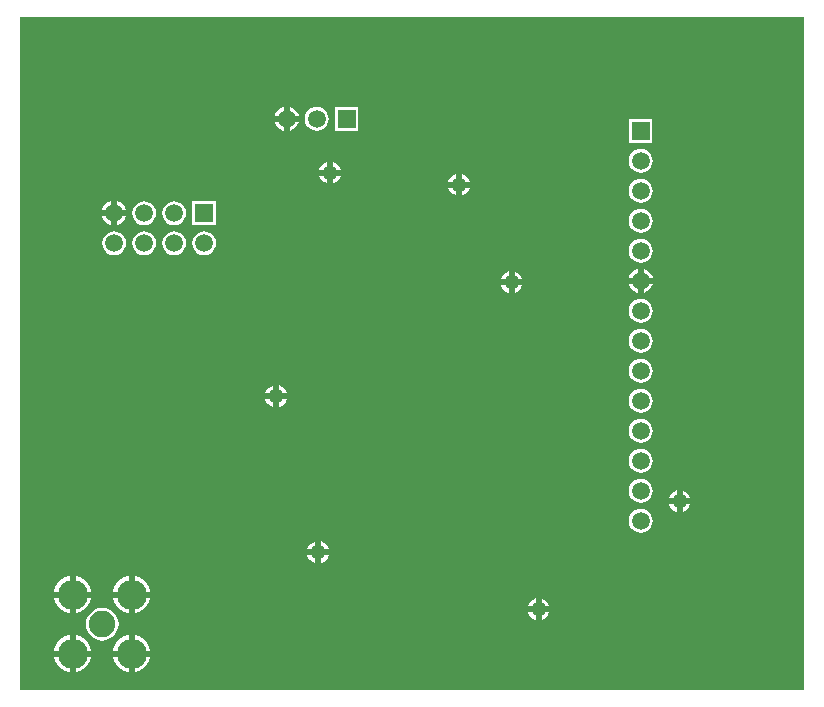
<source format=gbr>
%TF.GenerationSoftware,Altium Limited,Altium Designer,20.1.14 (287)*%
G04 Layer_Physical_Order=2*
G04 Layer_Color=16711680*
%FSLAX25Y25*%
%MOIN*%
%TF.SameCoordinates,50D419B3-0610-4842-9EF4-231284EAA126*%
%TF.FilePolarity,Positive*%
%TF.FileFunction,Copper,L2,Bot,Signal*%
%TF.Part,Single*%
G01*
G75*
%TA.AperFunction,ComponentPad*%
%ADD15C,0.08858*%
%ADD16C,0.10039*%
%ADD17R,0.05906X0.05906*%
%ADD18C,0.05906*%
%ADD19R,0.05906X0.05906*%
%TA.AperFunction,ViaPad*%
%ADD20C,0.05000*%
G36*
X261500Y0D02*
X0Y0D01*
X0Y224500D01*
X261500Y224500D01*
X261500Y0D01*
X261500Y0D02*
G37*
%LPC*%
G36*
X89984Y194540D02*
X89984Y191484D01*
X93040Y191484D01*
X93027Y191579D01*
X92611Y192585D01*
X91948Y193448D01*
X91085Y194111D01*
X90079Y194527D01*
X89984Y194540D01*
X89984Y194540D02*
G37*
G36*
X88016Y194540D02*
X87921Y194527D01*
X86915Y194111D01*
X86052Y193448D01*
X85389Y192585D01*
X84973Y191579D01*
X84960Y191484D01*
X88016Y191484D01*
X88016Y194540D01*
X88016Y194540D02*
G37*
G36*
X112953Y194453D02*
X105047Y194453D01*
X105047Y186547D01*
X112953Y186547D01*
X112953Y194453D01*
X112953Y194453D02*
G37*
G36*
X99000Y194487D02*
X97968Y194351D01*
X97007Y193953D01*
X96181Y193319D01*
X95547Y192493D01*
X95149Y191532D01*
X95013Y190500D01*
X95149Y189468D01*
X95547Y188507D01*
X96181Y187681D01*
X97007Y187047D01*
X97968Y186649D01*
X99000Y186513D01*
X100032Y186649D01*
X100993Y187047D01*
X101819Y187681D01*
X102453Y188507D01*
X102851Y189468D01*
X102987Y190500D01*
X102851Y191532D01*
X102453Y192493D01*
X101819Y193319D01*
X100993Y193953D01*
X100032Y194351D01*
X99000Y194487D01*
X99000Y194487D02*
G37*
G36*
X93040Y189516D02*
X89984Y189516D01*
X89984Y186460D01*
X90079Y186473D01*
X91085Y186889D01*
X91948Y187552D01*
X92611Y188415D01*
X93027Y189421D01*
X93040Y189516D01*
X93040Y189516D02*
G37*
G36*
X88016Y189516D02*
X84960Y189516D01*
X84973Y189421D01*
X85389Y188415D01*
X86052Y187552D01*
X86915Y186889D01*
X87921Y186473D01*
X88016Y186460D01*
X88016Y189516D01*
X88016Y189516D02*
G37*
G36*
X210953Y190453D02*
X203047Y190453D01*
X203047Y182547D01*
X210953Y182547D01*
X210953Y190453D01*
X210953Y190453D02*
G37*
G36*
X104484Y176077D02*
X104484Y173484D01*
X107077Y173484D01*
X106715Y174356D01*
X106125Y175125D01*
X105356Y175715D01*
X104484Y176077D01*
X104484Y176077D02*
G37*
G36*
X102516Y176077D02*
X101644Y175715D01*
X100875Y175125D01*
X100285Y174356D01*
X99923Y173484D01*
X102516Y173484D01*
X102516Y176077D01*
X102516Y176077D02*
G37*
G36*
X207000Y180487D02*
X205968Y180351D01*
X205007Y179953D01*
X204181Y179319D01*
X203547Y178493D01*
X203149Y177532D01*
X203013Y176500D01*
X203149Y175468D01*
X203547Y174507D01*
X204181Y173681D01*
X205007Y173047D01*
X205968Y172649D01*
X207000Y172513D01*
X208032Y172649D01*
X208993Y173047D01*
X209819Y173681D01*
X210453Y174507D01*
X210851Y175468D01*
X210987Y176500D01*
X210851Y177532D01*
X210453Y178493D01*
X209819Y179319D01*
X208993Y179953D01*
X208032Y180351D01*
X207000Y180487D01*
X207000Y180487D02*
G37*
G36*
X147484Y172077D02*
X147484Y169484D01*
X150077Y169484D01*
X149715Y170356D01*
X149125Y171125D01*
X148356Y171715D01*
X147484Y172077D01*
X147484Y172077D02*
G37*
G36*
X145516Y172077D02*
X144644Y171715D01*
X143875Y171125D01*
X143285Y170356D01*
X142923Y169484D01*
X145516Y169484D01*
X145516Y172077D01*
X145516Y172077D02*
G37*
G36*
X107077Y171516D02*
X104484Y171516D01*
X104484Y168923D01*
X105356Y169285D01*
X106125Y169875D01*
X106715Y170644D01*
X107077Y171516D01*
X107077Y171516D02*
G37*
G36*
X102516Y171516D02*
X99923Y171516D01*
X100285Y170644D01*
X100875Y169875D01*
X101644Y169285D01*
X102516Y168923D01*
X102516Y171516D01*
X102516Y171516D02*
G37*
G36*
X150077Y167516D02*
X147484Y167516D01*
X147484Y164923D01*
X148356Y165285D01*
X149125Y165875D01*
X149715Y166644D01*
X150077Y167516D01*
X150077Y167516D02*
G37*
G36*
X145516Y167516D02*
X142923Y167516D01*
X143285Y166644D01*
X143875Y165875D01*
X144644Y165285D01*
X145516Y164923D01*
X145516Y167516D01*
X145516Y167516D02*
G37*
G36*
X207000Y170487D02*
X205968Y170351D01*
X205007Y169953D01*
X204181Y169319D01*
X203547Y168493D01*
X203149Y167532D01*
X203013Y166500D01*
X203149Y165468D01*
X203547Y164507D01*
X204181Y163681D01*
X205007Y163047D01*
X205968Y162649D01*
X207000Y162513D01*
X208032Y162649D01*
X208993Y163047D01*
X209819Y163681D01*
X210453Y164507D01*
X210851Y165468D01*
X210987Y166500D01*
X210851Y167532D01*
X210453Y168493D01*
X209819Y169319D01*
X208993Y169953D01*
X208032Y170351D01*
X207000Y170487D01*
X207000Y170487D02*
G37*
G36*
X32484Y163040D02*
X32484Y159984D01*
X35540Y159984D01*
X35527Y160079D01*
X35111Y161085D01*
X34448Y161948D01*
X33585Y162611D01*
X32579Y163027D01*
X32484Y163040D01*
X32484Y163040D02*
G37*
G36*
X30516Y163040D02*
X30421Y163027D01*
X29415Y162611D01*
X28552Y161948D01*
X27889Y161085D01*
X27473Y160079D01*
X27460Y159984D01*
X30516Y159984D01*
X30516Y163040D01*
X30516Y163040D02*
G37*
G36*
X65453Y162953D02*
X57547Y162953D01*
X57547Y155047D01*
X65453Y155047D01*
X65453Y162953D01*
X65453Y162953D02*
G37*
G36*
X51500Y162987D02*
X50468Y162851D01*
X49507Y162453D01*
X48681Y161819D01*
X48047Y160993D01*
X47649Y160032D01*
X47513Y159000D01*
X47649Y157968D01*
X48047Y157007D01*
X48681Y156181D01*
X49507Y155547D01*
X50468Y155149D01*
X51500Y155013D01*
X52532Y155149D01*
X53493Y155547D01*
X54319Y156181D01*
X54953Y157007D01*
X55351Y157968D01*
X55487Y159000D01*
X55351Y160032D01*
X54953Y160993D01*
X54319Y161819D01*
X53493Y162453D01*
X52532Y162851D01*
X51500Y162987D01*
X51500Y162987D02*
G37*
G36*
X41500Y162987D02*
X40468Y162851D01*
X39507Y162453D01*
X38681Y161819D01*
X38047Y160993D01*
X37649Y160032D01*
X37513Y159000D01*
X37649Y157968D01*
X38047Y157007D01*
X38681Y156181D01*
X39507Y155547D01*
X40468Y155149D01*
X41500Y155013D01*
X42532Y155149D01*
X43493Y155547D01*
X44319Y156181D01*
X44953Y157007D01*
X45351Y157968D01*
X45487Y159000D01*
X45351Y160032D01*
X44953Y160993D01*
X44319Y161819D01*
X43493Y162453D01*
X42532Y162851D01*
X41500Y162987D01*
X41500Y162987D02*
G37*
G36*
X35540Y158016D02*
X32484Y158016D01*
X32484Y154960D01*
X32579Y154973D01*
X33585Y155389D01*
X34448Y156052D01*
X35111Y156915D01*
X35527Y157921D01*
X35540Y158016D01*
X35540Y158016D02*
G37*
G36*
X30516Y158016D02*
X27460Y158016D01*
X27473Y157921D01*
X27889Y156915D01*
X28552Y156052D01*
X29415Y155389D01*
X30421Y154973D01*
X30516Y154960D01*
X30516Y158016D01*
X30516Y158016D02*
G37*
G36*
X207000Y160487D02*
X205968Y160351D01*
X205007Y159953D01*
X204181Y159319D01*
X203547Y158493D01*
X203149Y157532D01*
X203013Y156500D01*
X203149Y155468D01*
X203547Y154507D01*
X204181Y153681D01*
X205007Y153047D01*
X205968Y152649D01*
X207000Y152513D01*
X208032Y152649D01*
X208993Y153047D01*
X209819Y153681D01*
X210453Y154507D01*
X210851Y155468D01*
X210987Y156500D01*
X210851Y157532D01*
X210453Y158493D01*
X209819Y159319D01*
X208993Y159953D01*
X208032Y160351D01*
X207000Y160487D01*
X207000Y160487D02*
G37*
G36*
X61500Y152987D02*
X60468Y152851D01*
X59507Y152453D01*
X58681Y151819D01*
X58047Y150993D01*
X57649Y150032D01*
X57513Y149000D01*
X57649Y147968D01*
X58047Y147007D01*
X58681Y146181D01*
X59507Y145547D01*
X60468Y145149D01*
X61500Y145013D01*
X62532Y145149D01*
X63493Y145547D01*
X64319Y146181D01*
X64953Y147007D01*
X65351Y147968D01*
X65487Y149000D01*
X65351Y150032D01*
X64953Y150993D01*
X64319Y151819D01*
X63493Y152453D01*
X62532Y152851D01*
X61500Y152987D01*
X61500Y152987D02*
G37*
G36*
X51500Y152987D02*
X50468Y152851D01*
X49507Y152453D01*
X48681Y151819D01*
X48047Y150993D01*
X47649Y150032D01*
X47513Y149000D01*
X47649Y147968D01*
X48047Y147007D01*
X48681Y146181D01*
X49507Y145547D01*
X50468Y145149D01*
X51500Y145013D01*
X52532Y145149D01*
X53493Y145547D01*
X54319Y146181D01*
X54953Y147007D01*
X55351Y147968D01*
X55487Y149000D01*
X55351Y150032D01*
X54953Y150993D01*
X54319Y151819D01*
X53493Y152453D01*
X52532Y152851D01*
X51500Y152987D01*
X51500Y152987D02*
G37*
G36*
X41500Y152987D02*
X40468Y152851D01*
X39507Y152453D01*
X38681Y151819D01*
X38047Y150993D01*
X37649Y150032D01*
X37513Y149000D01*
X37649Y147968D01*
X38047Y147007D01*
X38681Y146181D01*
X39507Y145547D01*
X40468Y145149D01*
X41500Y145013D01*
X42532Y145149D01*
X43493Y145547D01*
X44319Y146181D01*
X44953Y147007D01*
X45351Y147968D01*
X45487Y149000D01*
X45351Y150032D01*
X44953Y150993D01*
X44319Y151819D01*
X43493Y152453D01*
X42532Y152851D01*
X41500Y152987D01*
X41500Y152987D02*
G37*
G36*
X31500Y152987D02*
X30468Y152851D01*
X29507Y152453D01*
X28681Y151819D01*
X28047Y150993D01*
X27649Y150032D01*
X27513Y149000D01*
X27649Y147968D01*
X28047Y147007D01*
X28681Y146181D01*
X29507Y145547D01*
X30468Y145149D01*
X31500Y145013D01*
X32532Y145149D01*
X33493Y145547D01*
X34319Y146181D01*
X34953Y147007D01*
X35351Y147968D01*
X35487Y149000D01*
X35351Y150032D01*
X34953Y150993D01*
X34319Y151819D01*
X33493Y152453D01*
X32532Y152851D01*
X31500Y152987D01*
X31500Y152987D02*
G37*
G36*
X207000Y150487D02*
X205968Y150351D01*
X205007Y149953D01*
X204181Y149319D01*
X203547Y148493D01*
X203149Y147532D01*
X203013Y146500D01*
X203149Y145468D01*
X203547Y144507D01*
X204181Y143681D01*
X205007Y143047D01*
X205968Y142649D01*
X207000Y142513D01*
X208032Y142649D01*
X208993Y143047D01*
X209819Y143681D01*
X210453Y144507D01*
X210851Y145468D01*
X210987Y146500D01*
X210851Y147532D01*
X210453Y148493D01*
X209819Y149319D01*
X208993Y149953D01*
X208032Y150351D01*
X207000Y150487D01*
X207000Y150487D02*
G37*
G36*
X207984Y140540D02*
X207984Y137484D01*
X211040Y137484D01*
X211027Y137579D01*
X210611Y138585D01*
X209948Y139448D01*
X209085Y140111D01*
X208079Y140527D01*
X207984Y140540D01*
X207984Y140540D02*
G37*
G36*
X206016Y140540D02*
X205921Y140527D01*
X204915Y140111D01*
X204052Y139448D01*
X203389Y138585D01*
X202973Y137579D01*
X202960Y137484D01*
X206016Y137484D01*
X206016Y140540D01*
X206016Y140540D02*
G37*
G36*
X164984Y139577D02*
X164984Y136984D01*
X167577Y136984D01*
X167215Y137856D01*
X166625Y138625D01*
X165856Y139215D01*
X164984Y139577D01*
X164984Y139577D02*
G37*
G36*
X163016Y139577D02*
X162144Y139215D01*
X161375Y138625D01*
X160785Y137856D01*
X160423Y136984D01*
X163016Y136984D01*
X163016Y139577D01*
X163016Y139577D02*
G37*
G36*
X211040Y135516D02*
X207984Y135516D01*
X207984Y132460D01*
X208079Y132473D01*
X209085Y132889D01*
X209948Y133552D01*
X210611Y134415D01*
X211027Y135421D01*
X211040Y135516D01*
X211040Y135516D02*
G37*
G36*
X206016Y135516D02*
X202960Y135516D01*
X202973Y135421D01*
X203389Y134415D01*
X204052Y133552D01*
X204915Y132889D01*
X205921Y132473D01*
X206016Y132460D01*
X206016Y135516D01*
X206016Y135516D02*
G37*
G36*
X167577Y135016D02*
X164984Y135016D01*
X164984Y132423D01*
X165856Y132785D01*
X166625Y133375D01*
X167215Y134144D01*
X167577Y135016D01*
X167577Y135016D02*
G37*
G36*
X163016Y135016D02*
X160423Y135016D01*
X160785Y134144D01*
X161375Y133375D01*
X162144Y132785D01*
X163016Y132423D01*
X163016Y135016D01*
X163016Y135016D02*
G37*
G36*
X207000Y130487D02*
X205968Y130351D01*
X205007Y129953D01*
X204181Y129319D01*
X203547Y128493D01*
X203149Y127532D01*
X203013Y126500D01*
X203149Y125468D01*
X203547Y124507D01*
X204181Y123681D01*
X205007Y123047D01*
X205968Y122649D01*
X207000Y122513D01*
X208032Y122649D01*
X208993Y123047D01*
X209819Y123681D01*
X210453Y124507D01*
X210851Y125468D01*
X210987Y126500D01*
X210851Y127532D01*
X210453Y128493D01*
X209819Y129319D01*
X208993Y129953D01*
X208032Y130351D01*
X207000Y130487D01*
X207000Y130487D02*
G37*
G36*
X207000Y120487D02*
X205968Y120351D01*
X205007Y119953D01*
X204181Y119319D01*
X203547Y118493D01*
X203149Y117532D01*
X203013Y116500D01*
X203149Y115468D01*
X203547Y114507D01*
X204181Y113681D01*
X205007Y113047D01*
X205968Y112649D01*
X207000Y112513D01*
X208032Y112649D01*
X208993Y113047D01*
X209819Y113681D01*
X210453Y114507D01*
X210851Y115468D01*
X210987Y116500D01*
X210851Y117532D01*
X210453Y118493D01*
X209819Y119319D01*
X208993Y119953D01*
X208032Y120351D01*
X207000Y120487D01*
X207000Y120487D02*
G37*
G36*
X207000Y110487D02*
X205968Y110351D01*
X205007Y109953D01*
X204181Y109319D01*
X203547Y108493D01*
X203149Y107532D01*
X203013Y106500D01*
X203149Y105468D01*
X203547Y104507D01*
X204181Y103681D01*
X205007Y103047D01*
X205968Y102649D01*
X207000Y102513D01*
X208032Y102649D01*
X208993Y103047D01*
X209819Y103681D01*
X210453Y104507D01*
X210851Y105468D01*
X210987Y106500D01*
X210851Y107532D01*
X210453Y108493D01*
X209819Y109319D01*
X208993Y109953D01*
X208032Y110351D01*
X207000Y110487D01*
X207000Y110487D02*
G37*
G36*
X86484Y101577D02*
X86484Y98984D01*
X89077Y98984D01*
X88715Y99856D01*
X88125Y100625D01*
X87356Y101215D01*
X86484Y101577D01*
X86484Y101577D02*
G37*
G36*
X84516Y101577D02*
X83644Y101215D01*
X82875Y100625D01*
X82285Y99856D01*
X81923Y98984D01*
X84516Y98984D01*
X84516Y101577D01*
X84516Y101577D02*
G37*
G36*
X89077Y97016D02*
X86484Y97016D01*
X86484Y94423D01*
X87356Y94785D01*
X88125Y95375D01*
X88715Y96144D01*
X89077Y97016D01*
X89077Y97016D02*
G37*
G36*
X84516Y97016D02*
X81923Y97016D01*
X82285Y96144D01*
X82875Y95375D01*
X83644Y94785D01*
X84516Y94423D01*
X84516Y97016D01*
X84516Y97016D02*
G37*
G36*
X207000Y100487D02*
X205968Y100351D01*
X205007Y99953D01*
X204181Y99319D01*
X203547Y98493D01*
X203149Y97532D01*
X203013Y96500D01*
X203149Y95468D01*
X203547Y94507D01*
X204181Y93681D01*
X205007Y93047D01*
X205968Y92649D01*
X207000Y92513D01*
X208032Y92649D01*
X208993Y93047D01*
X209819Y93681D01*
X210453Y94507D01*
X210851Y95468D01*
X210987Y96500D01*
X210851Y97532D01*
X210453Y98493D01*
X209819Y99319D01*
X208993Y99953D01*
X208032Y100351D01*
X207000Y100487D01*
X207000Y100487D02*
G37*
G36*
X207000Y90487D02*
X205968Y90351D01*
X205007Y89953D01*
X204181Y89319D01*
X203547Y88493D01*
X203149Y87532D01*
X203013Y86500D01*
X203149Y85468D01*
X203547Y84507D01*
X204181Y83681D01*
X205007Y83047D01*
X205968Y82649D01*
X207000Y82513D01*
X208032Y82649D01*
X208993Y83047D01*
X209819Y83681D01*
X210453Y84507D01*
X210851Y85468D01*
X210987Y86500D01*
X210851Y87532D01*
X210453Y88493D01*
X209819Y89319D01*
X208993Y89953D01*
X208032Y90351D01*
X207000Y90487D01*
X207000Y90487D02*
G37*
G36*
X207000Y80487D02*
X205968Y80351D01*
X205007Y79953D01*
X204181Y79319D01*
X203547Y78493D01*
X203149Y77532D01*
X203013Y76500D01*
X203149Y75468D01*
X203547Y74507D01*
X204181Y73681D01*
X205007Y73047D01*
X205968Y72649D01*
X207000Y72513D01*
X208032Y72649D01*
X208993Y73047D01*
X209819Y73681D01*
X210453Y74507D01*
X210851Y75468D01*
X210987Y76500D01*
X210851Y77532D01*
X210453Y78493D01*
X209819Y79319D01*
X208993Y79953D01*
X208032Y80351D01*
X207000Y80487D01*
X207000Y80487D02*
G37*
G36*
X220984Y66577D02*
X220984Y63984D01*
X223577Y63984D01*
X223215Y64856D01*
X222625Y65625D01*
X221856Y66215D01*
X220984Y66577D01*
X220984Y66577D02*
G37*
G36*
X219016Y66577D02*
X218144Y66215D01*
X217375Y65625D01*
X216785Y64856D01*
X216423Y63984D01*
X219016Y63984D01*
X219016Y66577D01*
X219016Y66577D02*
G37*
G36*
X207000Y70487D02*
X205968Y70351D01*
X205007Y69953D01*
X204181Y69319D01*
X203547Y68493D01*
X203149Y67532D01*
X203013Y66500D01*
X203149Y65468D01*
X203547Y64507D01*
X204181Y63681D01*
X205007Y63047D01*
X205968Y62649D01*
X207000Y62513D01*
X208032Y62649D01*
X208993Y63047D01*
X209819Y63681D01*
X210453Y64507D01*
X210851Y65468D01*
X210987Y66500D01*
X210851Y67532D01*
X210453Y68493D01*
X209819Y69319D01*
X208993Y69953D01*
X208032Y70351D01*
X207000Y70487D01*
X207000Y70487D02*
G37*
G36*
X223577Y62016D02*
X220984Y62016D01*
X220984Y59423D01*
X221856Y59785D01*
X222625Y60375D01*
X223215Y61144D01*
X223577Y62016D01*
X223577Y62016D02*
G37*
G36*
X219016Y62016D02*
X216423Y62016D01*
X216785Y61144D01*
X217375Y60375D01*
X218144Y59785D01*
X219016Y59423D01*
X219016Y62016D01*
X219016Y62016D02*
G37*
G36*
X207000Y60487D02*
X205968Y60351D01*
X205007Y59953D01*
X204181Y59319D01*
X203547Y58493D01*
X203149Y57532D01*
X203013Y56500D01*
X203149Y55468D01*
X203547Y54507D01*
X204181Y53681D01*
X205007Y53047D01*
X205968Y52649D01*
X207000Y52513D01*
X208032Y52649D01*
X208993Y53047D01*
X209819Y53681D01*
X210453Y54507D01*
X210851Y55468D01*
X210987Y56500D01*
X210851Y57532D01*
X210453Y58493D01*
X209819Y59319D01*
X208993Y59953D01*
X208032Y60351D01*
X207000Y60487D01*
X207000Y60487D02*
G37*
G36*
X100484Y49577D02*
X100484Y46984D01*
X103077Y46984D01*
X102715Y47856D01*
X102125Y48625D01*
X101356Y49215D01*
X100484Y49577D01*
X100484Y49577D02*
G37*
G36*
X98516Y49577D02*
X97644Y49215D01*
X96875Y48625D01*
X96285Y47856D01*
X95923Y46984D01*
X98516Y46984D01*
X98516Y49577D01*
X98516Y49577D02*
G37*
G36*
X103077Y45016D02*
X100484Y45016D01*
X100484Y42423D01*
X101356Y42785D01*
X102125Y43375D01*
X102715Y44144D01*
X103077Y45016D01*
X103077Y45016D02*
G37*
G36*
X98516Y45016D02*
X95923Y45016D01*
X96285Y44144D01*
X96875Y43375D01*
X97644Y42785D01*
X98516Y42423D01*
X98516Y45016D01*
X98516Y45016D02*
G37*
G36*
X38327Y37976D02*
X38327Y32827D01*
X43476Y32827D01*
X43454Y33058D01*
X43099Y34227D01*
X42523Y35304D01*
X41748Y36248D01*
X40804Y37023D01*
X39727Y37599D01*
X38558Y37954D01*
X38327Y37976D01*
X38327Y37976D02*
G37*
G36*
X36358Y37976D02*
X36127Y37954D01*
X34958Y37599D01*
X33881Y37023D01*
X32937Y36248D01*
X32162Y35304D01*
X31586Y34227D01*
X31231Y33058D01*
X31209Y32827D01*
X36358Y32827D01*
X36358Y37976D01*
X36358Y37976D02*
G37*
G36*
X18642Y37976D02*
X18642Y32827D01*
X23791Y32827D01*
X23768Y33058D01*
X23414Y34227D01*
X22838Y35304D01*
X22063Y36248D01*
X21119Y37023D01*
X20042Y37599D01*
X18873Y37954D01*
X18642Y37976D01*
X18642Y37976D02*
G37*
G36*
X16673Y37976D02*
X16442Y37954D01*
X15273Y37599D01*
X14196Y37023D01*
X13252Y36248D01*
X12477Y35304D01*
X11901Y34227D01*
X11546Y33058D01*
X11524Y32827D01*
X16673Y32827D01*
X16673Y37976D01*
X16673Y37976D02*
G37*
G36*
X173984Y30577D02*
X173984Y27984D01*
X176577Y27984D01*
X176215Y28856D01*
X175625Y29625D01*
X174856Y30215D01*
X173984Y30577D01*
X173984Y30577D02*
G37*
G36*
X172016Y30577D02*
X171144Y30215D01*
X170375Y29625D01*
X169785Y28856D01*
X169423Y27984D01*
X172016Y27984D01*
X172016Y30577D01*
X172016Y30577D02*
G37*
G36*
X43476Y30858D02*
X38327Y30858D01*
X38327Y25709D01*
X38558Y25732D01*
X39727Y26086D01*
X40804Y26662D01*
X41748Y27437D01*
X42523Y28381D01*
X43099Y29458D01*
X43454Y30627D01*
X43476Y30858D01*
X43476Y30858D02*
G37*
G36*
X36358Y30858D02*
X31209Y30858D01*
X31231Y30627D01*
X31586Y29458D01*
X32162Y28381D01*
X32937Y27437D01*
X33881Y26662D01*
X34958Y26086D01*
X36127Y25732D01*
X36358Y25709D01*
X36358Y30858D01*
X36358Y30858D02*
G37*
G36*
X23791Y30858D02*
X18642Y30858D01*
X18642Y25709D01*
X18873Y25732D01*
X20042Y26086D01*
X21119Y26662D01*
X22063Y27437D01*
X22838Y28381D01*
X23414Y29458D01*
X23768Y30627D01*
X23791Y30858D01*
X23791Y30858D02*
G37*
G36*
X16673Y30858D02*
X11524Y30858D01*
X11546Y30627D01*
X11901Y29458D01*
X12477Y28381D01*
X13252Y27437D01*
X14196Y26662D01*
X15273Y26086D01*
X16442Y25732D01*
X16673Y25709D01*
X16673Y30858D01*
X16673Y30858D02*
G37*
G36*
X176577Y26016D02*
X173984Y26016D01*
X173984Y23423D01*
X174856Y23785D01*
X175625Y24375D01*
X176215Y25144D01*
X176577Y26016D01*
X176577Y26016D02*
G37*
G36*
X172016Y26016D02*
X169423Y26016D01*
X169785Y25144D01*
X170375Y24375D01*
X171144Y23785D01*
X172016Y23423D01*
X172016Y26016D01*
X172016Y26016D02*
G37*
G36*
X27500Y27476D02*
X26083Y27289D01*
X24762Y26742D01*
X23628Y25872D01*
X22758Y24738D01*
X22211Y23417D01*
X22024Y22000D01*
X22211Y20583D01*
X22758Y19262D01*
X23628Y18128D01*
X24762Y17258D01*
X26083Y16711D01*
X27500Y16524D01*
X28917Y16711D01*
X30238Y17258D01*
X31372Y18128D01*
X32242Y19262D01*
X32789Y20583D01*
X32976Y22000D01*
X32789Y23417D01*
X32242Y24738D01*
X31372Y25872D01*
X30238Y26742D01*
X28917Y27289D01*
X27500Y27476D01*
X27500Y27476D02*
G37*
G36*
X38327Y18291D02*
X38327Y13142D01*
X43476Y13142D01*
X43454Y13373D01*
X43099Y14542D01*
X42523Y15619D01*
X41748Y16563D01*
X40804Y17338D01*
X39727Y17914D01*
X38558Y18269D01*
X38327Y18291D01*
X38327Y18291D02*
G37*
G36*
X36358Y18291D02*
X36127Y18269D01*
X34958Y17914D01*
X33881Y17338D01*
X32937Y16563D01*
X32162Y15619D01*
X31586Y14542D01*
X31231Y13373D01*
X31209Y13142D01*
X36358Y13142D01*
X36358Y18291D01*
X36358Y18291D02*
G37*
G36*
X18642Y18291D02*
X18642Y13142D01*
X23791Y13142D01*
X23768Y13373D01*
X23414Y14542D01*
X22838Y15619D01*
X22063Y16563D01*
X21119Y17338D01*
X20042Y17914D01*
X18873Y18269D01*
X18642Y18291D01*
X18642Y18291D02*
G37*
G36*
X16673Y18291D02*
X16442Y18269D01*
X15273Y17914D01*
X14196Y17338D01*
X13252Y16563D01*
X12477Y15619D01*
X11901Y14542D01*
X11546Y13373D01*
X11524Y13142D01*
X16673Y13142D01*
X16673Y18291D01*
X16673Y18291D02*
G37*
G36*
X43476Y11173D02*
X38327Y11173D01*
X38327Y6024D01*
X38558Y6046D01*
X39727Y6401D01*
X40804Y6977D01*
X41748Y7752D01*
X42523Y8696D01*
X43099Y9773D01*
X43454Y10942D01*
X43476Y11173D01*
X43476Y11173D02*
G37*
G36*
X36358Y11173D02*
X31209Y11173D01*
X31231Y10942D01*
X31586Y9773D01*
X32162Y8696D01*
X32937Y7752D01*
X33881Y6977D01*
X34958Y6401D01*
X36127Y6046D01*
X36358Y6024D01*
X36358Y11173D01*
X36358Y11173D02*
G37*
G36*
X23791Y11173D02*
X18642Y11173D01*
X18642Y6024D01*
X18873Y6046D01*
X20042Y6401D01*
X21119Y6977D01*
X22063Y7752D01*
X22838Y8696D01*
X23414Y9773D01*
X23768Y10942D01*
X23791Y11173D01*
X23791Y11173D02*
G37*
G36*
X16673Y11173D02*
X11524Y11173D01*
X11546Y10942D01*
X11901Y9773D01*
X12477Y8696D01*
X13252Y7752D01*
X14196Y6977D01*
X15273Y6401D01*
X16442Y6046D01*
X16673Y6024D01*
X16673Y11173D01*
X16673Y11173D02*
G37*
%LPD*%
D15*
X27500Y22000D02*
D03*
D16*
X17658Y12157D02*
D03*
X37343Y12157D02*
D03*
X37343Y31842D02*
D03*
X17658Y31842D02*
D03*
D17*
X61500Y159000D02*
D03*
X109000Y190500D02*
D03*
D18*
X61500Y149000D02*
D03*
X51500Y159000D02*
D03*
X51500Y149000D02*
D03*
X41500Y159000D02*
D03*
X41500Y149000D02*
D03*
X31500Y159000D02*
D03*
X31500Y149000D02*
D03*
X99000Y190500D02*
D03*
X89000Y190500D02*
D03*
X207000Y56500D02*
D03*
X207000Y66500D02*
D03*
X207000Y76500D02*
D03*
X207000Y86500D02*
D03*
X207000Y96500D02*
D03*
X207000Y106500D02*
D03*
X207000Y116500D02*
D03*
X207000Y126500D02*
D03*
X207000Y136500D02*
D03*
X207000Y146500D02*
D03*
X207000Y156500D02*
D03*
X207000Y166500D02*
D03*
X207000Y176500D02*
D03*
D19*
X207000Y186500D02*
D03*
D20*
X173000Y27000D02*
D03*
X220000Y63000D02*
D03*
X99500Y46000D02*
D03*
X85500Y98000D02*
D03*
X103500Y172500D02*
D03*
X146500Y168500D02*
D03*
X164000Y136000D02*
D03*
%TF.MD5,9c435b7faf558a4116c47c38d67c7ce3*%
M02*

</source>
